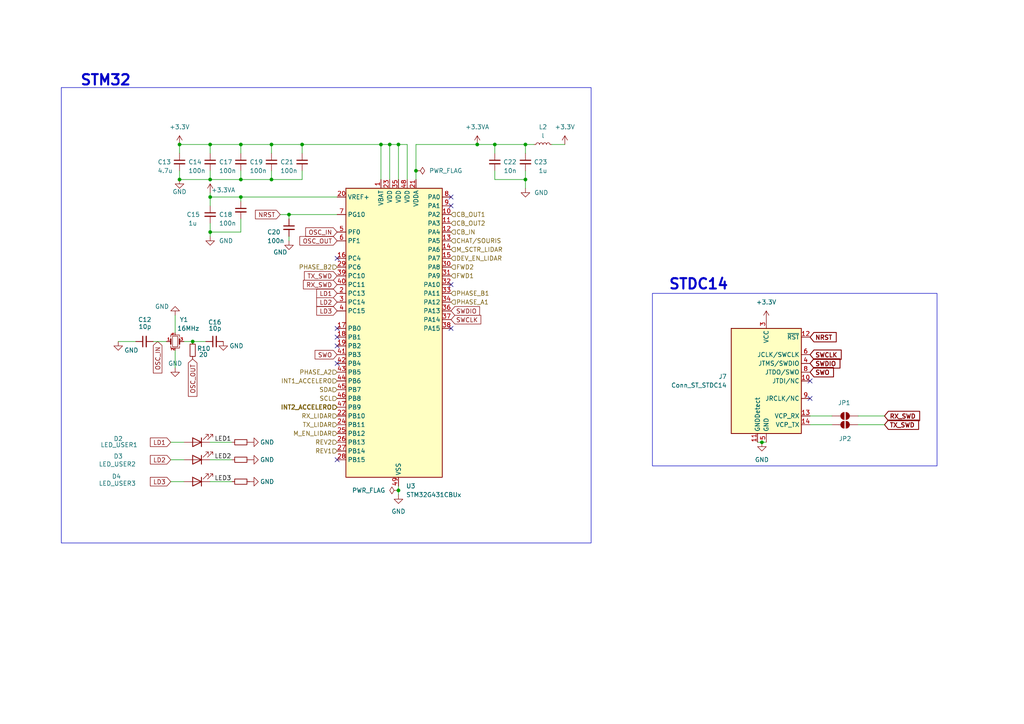
<source format=kicad_sch>
(kicad_sch (version 20231120) (generator "eeschema") (generator_version "8.0")
  (paper "A4")
  (lib_symbols
    (symbol "Connector:Conn_ST_STDC14"
      (property "Reference" "J" (at -8.89 16.51 0))
      (property "Value" "Conn_ST_STDC14" (at 17.78 16.51 0))
      (symbol "Conn_ST_STDC14_0_1"
        (rectangle (start -10.16 15.24) (end 10.16 -15.24) (stroke (width 0.254)) (fill (type background)))
      )
      (symbol "Conn_ST_STDC14_1_1"
        (pin no_connect line (at -10.16 5.08 0) (length 2.54) hide (name "NC") (number "1"))
        (pin output line (at 12.7 0 180) (length 2.54) (name "JTDI/NC") (number "10"))
        (pin passive line (at -2.54 -17.78 90) (length 2.54) (name "GNDDetect") (number "11"))
        (pin open_collector line (at 12.7 12.7 180) (length 2.54) (name "~{RST}") (number "12"))
        (pin output line (at 12.7 -10.16 180) (length 2.54) (name "VCP_RX") (number "13"))
        (pin input line (at 12.7 -12.7 180) (length 2.54) (name "VCP_TX") (number "14"))
        (pin no_connect line (at -10.16 2.54 0) (length 2.54) hide (name "NC") (number "2"))
        (pin power_in line (at 0 17.78 270) (length 2.54) (name "VCC") (number "3"))
        (pin bidirectional line (at 12.7 5.08 180) (length 2.54) (name "JTMS/SWDIO") (number "4"))
        (pin power_in line (at 0 -17.78 90) (length 2.54) (name "GND") (number "5"))
        (pin output line (at 12.7 7.62 180) (length 2.54) (name "JCLK/SWCLK") (number "6"))
        (pin passive line (at 0 -17.78 90) (length 2.54) hide (name "GND") (number "7"))
        (pin input line (at 12.7 2.54 180) (length 2.54) (name "JTDO/SWO") (number "8"))
        (pin input line (at 12.7 -5.08 180) (length 2.54) (name "JRCLK/NC") (number "9"))
      )
    )
    (symbol "Device:C_Small" (pin_numbers hide) (pin_names (offset 0.254) hide)
      (property "Reference" "C" (at 0.254 1.778 0))
      (property "Value" "C_Small" (at 0.254 -2.032 0))
      (symbol "C_Small_0_1"
        (polyline (pts (xy -1.524 -0.508) (xy 1.524 -0.508)) (stroke (width 0.3302)))
        (polyline (pts (xy -1.524 0.508) (xy 1.524 0.508)) (stroke (width 0.3048)))
      )
      (symbol "C_Small_1_1"
        (pin passive line (at 0 2.54 270) (length 2.032) (name "~") (number "1"))
        (pin passive line (at 0 -2.54 90) (length 2.032) (name "~") (number "2"))
      )
    )
    (symbol "Device:Crystal_GND24_Small" (pin_names (offset 1.016) hide)
      (property "Reference" "Y" (at 1.27 4.445 0))
      (property "Value" "Crystal_GND24_Small" (at 1.27 2.54 0))
      (symbol "Crystal_GND24_Small_0_1"
        (rectangle (start -0.762 -1.524) (end 0.762 1.524))
        (polyline (pts (xy -1.27 -0.762) (xy -1.27 0.762)) (stroke (width 0.381)))
        (polyline (pts (xy 1.27 -0.762) (xy 1.27 0.762)) (stroke (width 0.381)))
        (polyline (pts (xy -1.27 -1.27) (xy -1.27 -1.905) (xy 1.27 -1.905) (xy 1.27 -1.27)))
        (polyline (pts (xy -1.27 1.27) (xy -1.27 1.905) (xy 1.27 1.905) (xy 1.27 1.27)))
      )
      (symbol "Crystal_GND24_Small_1_1"
        (pin passive line (at -2.54 0 0) (length 1.27) (name "1") (number "1"))
        (pin passive line (at 0 -2.54 90) (length 0.635) (name "2") (number "2"))
        (pin passive line (at 2.54 0 180) (length 1.27) (name "3") (number "3"))
        (pin passive line (at 0 2.54 270) (length 0.635) (name "4") (number "4"))
      )
    )
    (symbol "Device:LED" (pin_numbers hide) (pin_names (offset 1.016) hide)
      (property "Reference" "D" (at 0 2.54 0))
      (property "Value" "LED" (at 0 -2.54 0))
      (symbol "LED_0_1"
        (polyline (pts (xy -1.27 -1.27) (xy -1.27 1.27)) (stroke (width 0.254)))
        (polyline (pts (xy -1.27 0) (xy 1.27 0)))
        (polyline (pts (xy 1.27 -1.27) (xy 1.27 1.27) (xy -1.27 0) (xy 1.27 -1.27)) (stroke (width 0.254)))
        (polyline (pts (xy -3.048 -0.762) (xy -4.572 -2.286) (xy -3.81 -2.286) (xy -4.572 -2.286) (xy -4.572 -1.524)))
        (polyline (pts (xy -1.778 -0.762) (xy -3.302 -2.286) (xy -2.54 -2.286) (xy -3.302 -2.286) (xy -3.302 -1.524)))
      )
      (symbol "LED_1_1"
        (pin passive line (at -3.81 0 0) (length 2.54) (name "K") (number "1"))
        (pin passive line (at 3.81 0 180) (length 2.54) (name "A") (number "2"))
      )
    )
    (symbol "Device:L_Small" (pin_numbers hide) (pin_names (offset 0.254) hide)
      (property "Reference" "L" (at 0.762 1.016 0))
      (property "Value" "L_Small" (at 0.762 -1.016 0))
      (symbol "L_Small_0_1"
        (arc (start 0 -2.032) (mid 0.5058 -1.524) (end 0 -1.016))
        (arc (start 0 -1.016) (mid 0.5058 -0.508) (end 0 0))
        (arc (start 0 0) (mid 0.5058 0.508) (end 0 1.016))
        (arc (start 0 1.016) (mid 0.5058 1.524) (end 0 2.032))
      )
      (symbol "L_Small_1_1"
        (pin passive line (at 0 2.54 270) (length 0.508) (name "~") (number "1"))
        (pin passive line (at 0 -2.54 90) (length 0.508) (name "~") (number "2"))
      )
    )
    (symbol "Device:R_Small" (pin_numbers hide) (pin_names (offset 0.254) hide)
      (property "Reference" "R" (at 0.762 0.508 0))
      (property "Value" "R_Small" (at 0.762 -1.016 0))
      (symbol "R_Small_0_1"
        (rectangle (start -0.762 1.778) (end 0.762 -1.778) (stroke (width 0.2032)))
      )
      (symbol "R_Small_1_1"
        (pin passive line (at 0 2.54 270) (length 0.762) (name "~") (number "1"))
        (pin passive line (at 0 -2.54 90) (length 0.762) (name "~") (number "2"))
      )
    )
    (symbol "Jumper:SolderJumper_2_Open" (pin_numbers hide) (pin_names (offset 0) hide) (exclude_from_sim yes) (in_bom no)
      (property "Reference" "JP" (at 0 2.032 0))
      (property "Value" "SolderJumper_2_Open" (at 0 -2.54 0))
      (symbol "SolderJumper_2_Open_0_1"
        (arc (start -0.254 1.016) (mid -1.2656 0) (end -0.254 -1.016))
        (arc (start -0.254 1.016) (mid -1.2656 0) (end -0.254 -1.016) (fill (type outline)))
        (polyline (pts (xy -0.254 1.016) (xy -0.254 -1.016)))
        (polyline (pts (xy 0.254 1.016) (xy 0.254 -1.016)))
        (arc (start 0.254 -1.016) (mid 1.2656 0) (end 0.254 1.016))
        (arc (start 0.254 -1.016) (mid 1.2656 0) (end 0.254 1.016) (fill (type outline)))
      )
      (symbol "SolderJumper_2_Open_1_1"
        (pin passive line (at -3.81 0 0) (length 2.54) (name "A") (number "1"))
        (pin passive line (at 3.81 0 180) (length 2.54) (name "B") (number "2"))
      )
    )
    (symbol "MCU_ST_STM32G4:STM32G431CBUx"
      (property "Reference" "U" (at -12.7 44.45 0))
      (property "Value" "STM32G431CBUx" (at 10.16 44.45 0))
      (symbol "STM32G431CBUx_0_1"
        (rectangle (start -12.7 -40.64) (end 15.24 43.18) (stroke (width 0.254)) (fill (type background)))
      )
      (symbol "STM32G431CBUx_1_1"
        (pin power_in line (at -2.54 45.72 270) (length 2.54) (name "VBAT") (number "1"))
        (pin bidirectional line (at 17.78 35.56 180) (length 2.54) (name "PA2") (number "10"))
        (pin bidirectional line (at 17.78 33.02 180) (length 2.54) (name "PA3") (number "11"))
        (pin bidirectional line (at 17.78 30.48 180) (length 2.54) (name "PA4") (number "12"))
        (pin bidirectional line (at 17.78 27.94 180) (length 2.54) (name "PA5") (number "13"))
        (pin bidirectional line (at 17.78 25.4 180) (length 2.54) (name "PA6") (number "14"))
        (pin bidirectional line (at 17.78 22.86 180) (length 2.54) (name "PA7") (number "15"))
        (pin bidirectional line (at -15.24 22.86 0) (length 2.54) (name "PC4") (number "16"))
        (pin bidirectional line (at -15.24 2.54 0) (length 2.54) (name "PB0") (number "17"))
        (pin bidirectional line (at -15.24 0 0) (length 2.54) (name "PB1") (number "18"))
        (pin bidirectional line (at -15.24 -2.54 0) (length 2.54) (name "PB2") (number "19"))
        (pin bidirectional line (at -15.24 12.7 0) (length 2.54) (name "PC13") (number "2"))
        (pin input line (at -15.24 40.64 0) (length 2.54) (name "VREF+") (number "20"))
        (pin power_in line (at 7.62 45.72 270) (length 2.54) (name "VDDA") (number "21"))
        (pin bidirectional line (at -15.24 -22.86 0) (length 2.54) (name "PB10") (number "22"))
        (pin power_in line (at 0 45.72 270) (length 2.54) (name "VDD") (number "23"))
        (pin bidirectional line (at -15.24 -25.4 0) (length 2.54) (name "PB11") (number "24"))
        (pin bidirectional line (at -15.24 -27.94 0) (length 2.54) (name "PB12") (number "25"))
        (pin bidirectional line (at -15.24 -30.48 0) (length 2.54) (name "PB13") (number "26"))
        (pin bidirectional line (at -15.24 -33.02 0) (length 2.54) (name "PB14") (number "27"))
        (pin bidirectional line (at -15.24 -35.56 0) (length 2.54) (name "PB15") (number "28"))
        (pin bidirectional line (at -15.24 20.32 0) (length 2.54) (name "PC6") (number "29"))
        (pin bidirectional line (at -15.24 10.16 0) (length 2.54) (name "PC14") (number "3"))
        (pin bidirectional line (at 17.78 20.32 180) (length 2.54) (name "PA8") (number "30"))
        (pin bidirectional line (at 17.78 17.78 180) (length 2.54) (name "PA9") (number "31"))
        (pin bidirectional line (at 17.78 15.24 180) (length 2.54) (name "PA10") (number "32"))
        (pin bidirectional line (at 17.78 12.7 180) (length 2.54) (name "PA11") (number "33"))
        (pin bidirectional line (at 17.78 10.16 180) (length 2.54) (name "PA12") (number "34"))
        (pin power_in line (at 2.54 45.72 270) (length 2.54) (name "VDD") (number "35"))
        (pin bidirectional line (at 17.78 7.62 180) (length 2.54) (name "PA13") (number "36"))
        (pin bidirectional line (at 17.78 5.08 180) (length 2.54) (name "PA14") (number "37"))
        (pin bidirectional line (at 17.78 2.54 180) (length 2.54) (name "PA15") (number "38"))
        (pin bidirectional line (at -15.24 17.78 0) (length 2.54) (name "PC10") (number "39"))
        (pin bidirectional line (at -15.24 7.62 0) (length 2.54) (name "PC15") (number "4"))
        (pin bidirectional line (at -15.24 15.24 0) (length 2.54) (name "PC11") (number "40"))
        (pin bidirectional line (at -15.24 -5.08 0) (length 2.54) (name "PB3") (number "41"))
        (pin bidirectional line (at -15.24 -7.62 0) (length 2.54) (name "PB4") (number "42"))
        (pin bidirectional line (at -15.24 -10.16 0) (length 2.54) (name "PB5") (number "43"))
        (pin bidirectional line (at -15.24 -12.7 0) (length 2.54) (name "PB6") (number "44"))
        (pin bidirectional line (at -15.24 -15.24 0) (length 2.54) (name "PB7") (number "45"))
        (pin bidirectional line (at -15.24 -17.78 0) (length 2.54) (name "PB8") (number "46"))
        (pin bidirectional line (at -15.24 -20.32 0) (length 2.54) (name "PB9") (number "47"))
        (pin power_in line (at 5.08 45.72 270) (length 2.54) (name "VDD") (number "48"))
        (pin power_in line (at 2.54 -43.18 90) (length 2.54) (name "VSS") (number "49"))
        (pin bidirectional line (at -15.24 30.48 0) (length 2.54) (name "PF0") (number "5"))
        (pin bidirectional line (at -15.24 27.94 0) (length 2.54) (name "PF1") (number "6"))
        (pin bidirectional line (at -15.24 35.56 0) (length 2.54) (name "PG10") (number "7"))
        (pin bidirectional line (at 17.78 40.64 180) (length 2.54) (name "PA0") (number "8"))
        (pin bidirectional line (at 17.78 38.1 180) (length 2.54) (name "PA1") (number "9"))
      )
    )
    (symbol "power:+3.3V" (power) (pin_names (offset 0))
      (property "Value" "+3.3V" (at 0 3.556 0))
      (symbol "+3.3V_0_1"
        (polyline (pts (xy -0.762 1.27) (xy 0 2.54)))
        (polyline (pts (xy 0 0) (xy 0 2.54)))
        (polyline (pts (xy 0 2.54) (xy 0.762 1.27)))
      )
      (symbol "+3.3V_1_1"
        (pin power_in line (at 0 0 90) (length 0) hide (name "+3.3V") (number "1"))
      )
    )
    (symbol "power:+3.3VA" (power) (pin_numbers hide) (pin_names (offset 0) hide)
      (property "Value" "+3.3VA" (at 0 3.556 0))
      (symbol "+3.3VA_0_1"
        (polyline (pts (xy -0.762 1.27) (xy 0 2.54)))
        (polyline (pts (xy 0 0) (xy 0 2.54)))
        (polyline (pts (xy 0 2.54) (xy 0.762 1.27)))
      )
      (symbol "+3.3VA_1_1"
        (pin power_in line (at 0 0 90) (length 0) (name "~") (number "1"))
      )
    )
    (symbol "power:GND" (power) (pin_names (offset 0))
      (property "Value" "GND" (at 0 -3.81 0))
      (symbol "GND_0_1"
        (polyline (pts (xy 0 0) (xy 0 -1.27) (xy 1.27 -1.27) (xy 0 -2.54) (xy -1.27 -1.27) (xy 0 -1.27)))
      )
      (symbol "GND_1_1"
        (pin power_in line (at 0 0 270) (length 0) hide (name "GND") (number "1"))
      )
    )
    (symbol "power:PWR_FLAG" (power) (pin_numbers hide) (pin_names (offset 0) hide)
      (property "Value" "PWR_FLAG" (at 0 3.81 0))
      (symbol "PWR_FLAG_0_0"
        (pin power_out line (at 0 0 90) (length 0) (name "~") (number "1"))
      )
      (symbol "PWR_FLAG_0_1"
        (polyline (pts (xy 0 0) (xy 0 1.27) (xy -1.016 1.905) (xy 0 2.54) (xy 1.016 1.905) (xy 0 1.27)))
      )
    )
  )
  (junction (at 115.57 41.91))
  (junction (at 220.98 128.27))
  (junction (at 120.65 49.53))
  (junction (at 60.96 52.07))
  (junction (at 152.4 52.07))
  (junction (at 138.43 41.91))
  (junction (at 78.74 52.07))
  (junction (at 113.03 41.91))
  (junction (at 60.96 57.15))
  (junction (at 69.85 52.07))
  (junction (at 83.82 62.23))
  (junction (at 55.88 99.06))
  (junction (at 78.74 41.91))
  (junction (at 52.07 41.91))
  (junction (at 152.4 41.91))
  (junction (at 60.96 41.91))
  (junction (at 69.85 57.15))
  (junction (at 110.49 41.91))
  (junction (at 69.85 41.91))
  (junction (at 60.96 67.31))
  (junction (at 87.63 41.91))
  (junction (at 143.51 41.91))
  (junction (at 115.57 142.24))
  (junction (at 52.07 52.07))
  (no_connect (at 234.95 110.49))
  (no_connect (at 97.79 74.93))
  (no_connect (at 97.79 100.33))
  (no_connect (at 130.81 57.15))
  (no_connect (at 97.79 133.35))
  (no_connect (at 97.79 97.79))
  (no_connect (at 130.81 82.55))
  (no_connect (at 130.81 59.69))
  (no_connect (at 97.79 95.25))
  (no_connect (at 234.95 115.57))
  (no_connect (at 97.79 105.41))
  (no_connect (at 130.81 95.25))
  (wire (pts (xy 81.28 62.23) (xy 83.82 62.23)))
  (wire (pts (xy 138.43 41.91) (xy 143.51 41.91)))
  (wire (pts (xy 248.92 120.65) (xy 256.54 120.65)))
  (wire (pts (xy 60.96 41.91) (xy 69.85 41.91)))
  (wire (pts (xy 78.74 41.91) (xy 87.63 41.91)))
  (wire (pts (xy 113.03 41.91) (xy 110.49 41.91)))
  (wire (pts (xy 219.71 128.27) (xy 220.98 128.27)))
  (wire (pts (xy 69.85 52.07) (xy 78.74 52.07)))
  (wire (pts (xy 60.96 52.07) (xy 69.85 52.07)))
  (wire (pts (xy 143.51 44.45) (xy 143.51 41.91)))
  (wire (pts (xy 160.02 41.91) (xy 163.83 41.91)))
  (wire (pts (xy 52.07 52.07) (xy 52.07 49.53)))
  (wire (pts (xy 50.8 91.44) (xy 50.8 96.52)))
  (wire (pts (xy 152.4 52.07) (xy 152.4 49.53)))
  (wire (pts (xy 53.34 99.06) (xy 55.88 99.06)))
  (wire (pts (xy 50.8 106.68) (xy 50.8 101.6)))
  (wire (pts (xy 60.96 67.31) (xy 60.96 64.77)))
  (wire (pts (xy 69.85 41.91) (xy 69.85 44.45)))
  (wire (pts (xy 152.4 41.91) (xy 152.4 44.45)))
  (wire (pts (xy 115.57 142.24) (xy 115.57 140.97)))
  (wire (pts (xy 152.4 52.07) (xy 143.51 52.07)))
  (wire (pts (xy 60.96 128.27) (xy 67.31 128.27)))
  (wire (pts (xy 110.49 41.91) (xy 110.49 52.07)))
  (wire (pts (xy 69.85 57.15) (xy 69.85 58.42)))
  (wire (pts (xy 120.65 41.91) (xy 138.43 41.91)))
  (wire (pts (xy 34.29 99.06) (xy 39.37 99.06)))
  (wire (pts (xy 44.45 99.06) (xy 48.26 99.06)))
  (wire (pts (xy 87.63 49.53) (xy 87.63 52.07)))
  (wire (pts (xy 69.85 41.91) (xy 78.74 41.91)))
  (wire (pts (xy 115.57 41.91) (xy 115.57 52.07)))
  (wire (pts (xy 83.82 62.23) (xy 83.82 63.5)))
  (wire (pts (xy 234.95 123.19) (xy 241.3 123.19)))
  (wire (pts (xy 69.85 63.5) (xy 69.85 67.31)))
  (wire (pts (xy 55.88 99.06) (xy 59.69 99.06)))
  (wire (pts (xy 143.51 49.53) (xy 143.51 52.07)))
  (wire (pts (xy 120.65 52.07) (xy 120.65 49.53)))
  (wire (pts (xy 115.57 143.51) (xy 115.57 142.24)))
  (wire (pts (xy 115.57 41.91) (xy 113.03 41.91)))
  (wire (pts (xy 78.74 49.53) (xy 78.74 52.07)))
  (wire (pts (xy 220.98 128.27) (xy 222.25 128.27)))
  (wire (pts (xy 113.03 41.91) (xy 113.03 52.07)))
  (wire (pts (xy 49.53 133.35) (xy 53.34 133.35)))
  (wire (pts (xy 52.07 52.07) (xy 60.96 52.07)))
  (wire (pts (xy 60.96 57.15) (xy 60.96 59.69)))
  (wire (pts (xy 60.96 55.88) (xy 60.96 57.15)))
  (wire (pts (xy 78.74 41.91) (xy 78.74 44.45)))
  (wire (pts (xy 52.07 41.91) (xy 60.96 41.91)))
  (wire (pts (xy 69.85 49.53) (xy 69.85 52.07)))
  (wire (pts (xy 152.4 41.91) (xy 143.51 41.91)))
  (wire (pts (xy 60.96 49.53) (xy 60.96 52.07)))
  (wire (pts (xy 52.07 41.91) (xy 52.07 44.45)))
  (wire (pts (xy 248.92 123.19) (xy 256.54 123.19)))
  (wire (pts (xy 118.11 52.07) (xy 118.11 41.91)))
  (wire (pts (xy 60.96 133.35) (xy 67.31 133.35)))
  (wire (pts (xy 118.11 41.91) (xy 115.57 41.91)))
  (wire (pts (xy 120.65 49.53) (xy 120.65 41.91)))
  (wire (pts (xy 60.96 57.15) (xy 69.85 57.15)))
  (wire (pts (xy 110.49 41.91) (xy 87.63 41.91)))
  (wire (pts (xy 49.53 128.27) (xy 53.34 128.27)))
  (wire (pts (xy 49.53 139.7) (xy 53.34 139.7)))
  (wire (pts (xy 60.96 139.7) (xy 67.31 139.7)))
  (wire (pts (xy 234.95 120.65) (xy 241.3 120.65)))
  (wire (pts (xy 152.4 41.91) (xy 154.94 41.91)))
  (wire (pts (xy 60.96 68.58) (xy 60.96 67.31)))
  (wire (pts (xy 78.74 52.07) (xy 87.63 52.07)))
  (wire (pts (xy 83.82 62.23) (xy 97.79 62.23)))
  (wire (pts (xy 152.4 54.61) (xy 152.4 52.07)))
  (wire (pts (xy 87.63 44.45) (xy 87.63 41.91)))
  (wire (pts (xy 97.79 57.15) (xy 69.85 57.15)))
  (wire (pts (xy 60.96 67.31) (xy 69.85 67.31)))
  (wire (pts (xy 60.96 44.45) (xy 60.96 41.91)))
  (wire (pts (xy 83.82 68.58) (xy 83.82 69.85)))
  (rectangle (start 17.78 25.4) (end 171.45 157.48))
  (rectangle (start 189.23 85.09) (end 271.78 135.128))
  (text "STDC14" (at 193.802 84.328 0) (effects (font (size 3 3) (bold yes)) (justify left bottom)))
  (text "STM32\n" (at 23.114 25.146 0) (effects (font (size 3 3) (bold yes)) (justify left bottom)))
  (label "LED2" (at 62.23 133.35 0))
  (label "LED1" (at 62.23 128.27 0))
  (label "LED3" (at 62.23 139.7 0))
  (global_label "SWO" (shape input) (at 234.95 107.95 0) (effects (font (bold yes))) (property "Intersheetrefs" "${INTERSHEET_REFS}" (effects (hide yes))))
  (global_label "NRST" (shape input) (at 234.95 97.79 0) (effects (font (bold yes))) (property "Intersheetrefs" "${INTERSHEET_REFS}" (effects (hide yes))))
  (global_label "OSC_OUT" (shape input) (at 97.79 69.85 180) (property "Intersheetrefs" "${INTERSHEET_REFS}" (effects (hide yes))))
  (global_label "OSC_OUT" (shape input) (at 55.88 104.14 270) (property "Intersheetrefs" "${INTERSHEET_REFS}" (effects (hide yes))))
  (global_label "LD1" (shape input) (at 97.79 85.09 180) (property "Intersheetrefs" "${INTERSHEET_REFS}" (effects (hide yes))))
  (global_label "LD1" (shape input) (at 49.53 128.27 180) (property "Intersheetrefs" "${INTERSHEET_REFS}" (effects (hide yes))))
  (global_label "LD2" (shape input) (at 97.79 87.63 180) (property "Intersheetrefs" "${INTERSHEET_REFS}" (effects (hide yes))))
  (global_label "LD3" (shape input) (at 49.53 139.7 180) (property "Intersheetrefs" "${INTERSHEET_REFS}" (effects (hide yes))))
  (global_label "RX_SWD" (shape input) (at 256.54 120.65 0) (effects (font (bold yes))) (property "Intersheetrefs" "${INTERSHEET_REFS}" (effects (hide yes))))
  (global_label "TX_SWD" (shape input) (at 256.54 123.19 0) (effects (font (bold yes))) (property "Intersheetrefs" "${INTERSHEET_REFS}" (effects (hide yes))))
  (global_label "RX_SWD" (shape input) (at 97.79 82.55 180) (property "Intersheetrefs" "${INTERSHEET_REFS}" (effects (hide yes))))
  (global_label "SWO" (shape input) (at 97.79 102.87 180) (property "Intersheetrefs" "${INTERSHEET_REFS}" (effects (hide yes))))
  (global_label "SWDIO" (shape input) (at 234.95 105.41 0) (effects (font (bold yes))) (property "Intersheetrefs" "${INTERSHEET_REFS}" (effects (hide yes))))
  (global_label "LD3" (shape input) (at 97.79 90.17 180) (property "Intersheetrefs" "${INTERSHEET_REFS}" (effects (hide yes))))
  (global_label "SWCLK" (shape input) (at 234.95 102.87 0) (effects (font (bold yes))) (property "Intersheetrefs" "${INTERSHEET_REFS}" (effects (hide yes))))
  (global_label "LD2" (shape input) (at 49.53 133.35 180) (property "Intersheetrefs" "${INTERSHEET_REFS}" (effects (hide yes))))
  (global_label "SWDIO" (shape input) (at 130.81 90.17 0) (property "Intersheetrefs" "${INTERSHEET_REFS}" (effects (hide yes))))
  (global_label "SWCLK" (shape input) (at 130.81 92.71 0) (property "Intersheetrefs" "${INTERSHEET_REFS}" (effects (hide yes))))
  (global_label "OSC_IN" (shape input) (at 97.79 67.31 180) (property "Intersheetrefs" "${INTERSHEET_REFS}" (effects (hide yes))))
  (global_label "NRST" (shape input) (at 81.28 62.23 180) (property "Intersheetrefs" "${INTERSHEET_REFS}" (effects (hide yes))))
  (global_label "OSC_IN" (shape input) (at 45.72 99.06 270) (property "Intersheetrefs" "${INTERSHEET_REFS}" (effects (hide yes))))
  (global_label "TX_SWD" (shape input) (at 97.79 80.01 180) (property "Intersheetrefs" "${INTERSHEET_REFS}" (effects (hide yes))))
  (hierarchical_label "CB_OUT2" (shape input) (at 130.81 64.77 0))
  (hierarchical_label "PHASE_B1" (shape input) (at 130.81 85.09 0))
  (hierarchical_label "TX_LIDAR" (shape input) (at 97.79 123.19 180))
  (hierarchical_label "M_SCTR_LIDAR" (shape input) (at 130.81 72.39 0))
  (hierarchical_label "INT1_ACCELERO" (shape input) (at 97.79 110.49 180))
  (hierarchical_label "RX_LIDAR" (shape input) (at 97.79 120.65 180))
  (hierarchical_label "PHASE_A2" (shape input) (at 97.79 107.95 180))
  (hierarchical_label "CB_IN" (shape input) (at 130.81 67.31 0))
  (hierarchical_label "FWD1" (shape input) (at 130.81 80.01 0))
  (hierarchical_label "M_EN_LIDAR" (shape input) (at 97.79 125.73 180))
  (hierarchical_label "CHAT{slash}SOURIS" (shape input) (at 130.81 69.85 0))
  (hierarchical_label "CB_OUT1" (shape input) (at 130.81 62.23 0))
  (hierarchical_label "FWD2" (shape input) (at 130.81 77.47 0))
  (hierarchical_label "REV1" (shape input) (at 97.79 130.81 180))
  (hierarchical_label "SCL" (shape input) (at 97.79 115.57 180))
  (hierarchical_label "INT2_ACCELERO" (shape input) (at 97.79 118.11 180) (effects (font (bold yes))))
  (hierarchical_label "PHASE_B2" (shape input) (at 97.79 77.47 180))
  (hierarchical_label "SDA" (shape input) (at 97.79 113.03 180))
  (hierarchical_label "PHASE_A1" (shape input) (at 130.81 87.63 0))
  (hierarchical_label "REV2" (shape input) (at 97.79 128.27 180))
  (hierarchical_label "DEV_EN_LIDAR" (shape input) (at 130.81 74.93 0))
  (symbol (lib_id "power:+3.3VA") (at 138.43 41.91 0) (unit 1)
    (property "Reference" "#PWR050" (effects (hide yes)))
    (property "Value" "+3.3VA" (at 138.43 36.83 0))
    (property "Description" "Power symbol creates a global label with name \"+3.3VA\"" (effects (hide yes)))
  )
  (symbol (lib_id "power:GND") (at 115.57 143.51 0) (unit 1)
    (property "Reference" "#PWR049" (effects (hide yes)))
    (property "Value" "GND" (at 115.57 148.336 0))
  )
  (symbol (lib_id "Device:C_Small") (at 87.63 46.99 0) (unit 1)
    (property "Reference" "C21" (at 81.28 46.99 0) (effects (justify left)))
    (property "Value" "100n" (at 81.28 49.53 0) (effects (justify left)))
    (property "Footprint" "Capacitor_SMD:C_0402_1005Metric" (effects (hide yes)))
  )
  (symbol (lib_id "power:GND") (at 83.82 69.85 0) (unit 1)
    (property "Reference" "#PWR048" (effects (hide yes)))
    (property "Value" "GND" (at 79.248 73.152 0) (effects (justify left)))
  )
  (symbol (lib_id "power:GND") (at 220.98 128.27 0) (mirror y) (unit 1)
    (property "Reference" "#PWR053" (effects (hide yes)))
    (property "Value" "GND" (at 220.98 133.35 0))
  )
  (symbol (lib_id "power:GND") (at 34.29 99.06 0) (unit 1)
    (property "Reference" "#PWR037" (effects (hide yes)))
    (property "Value" "GND" (at 38.1 101.6 0))
  )
  (symbol (lib_id "power:GND") (at 52.07 52.07 0) (unit 1)
    (property "Reference" "#PWR041" (effects (hide yes)))
    (property "Value" "GND" (at 52.07 55.626 0))
  )
  (symbol (lib_id "Device:R_Small") (at 69.85 128.27 90) (unit 1)
    (property "Reference" "R11" (effects (hide yes)))
    (property "Value" "680" (effects (hide yes)))
    (property "Footprint" "Resistor_SMD:R_0402_1005Metric" (effects (hide yes)))
  )
  (symbol (lib_id "power:GND") (at 60.96 68.58 0) (unit 1)
    (property "Reference" "#PWR043" (effects (hide yes)))
    (property "Value" "GND" (at 63.5 69.8499 0) (effects (justify left)))
  )
  (symbol (lib_id "Connector:Conn_ST_STDC14") (at 222.25 110.49 0) (unit 1)
    (property "Reference" "J7" (at 210.82 109.2199 0) (effects (justify right)))
    (property "Value" "Conn_ST_STDC14" (at 210.82 111.7599 0) (effects (justify right)))
    (property "Footprint" "Connector_PinHeader_1.27mm:PinHeader_2x07_P1.27mm_Vertical_SMD" (effects (hide yes)))
    (property "Datasheet" "https://www.st.com/content/ccc/resource/technical/document/user_manual/group1/99/49/91/b6/b2/3a/46/e5/DM00526767/files/DM00526767.pdf/jcr:content/translations/en.DM00526767.pdf" (effects (hide yes)))
    (property "Description" "ST Debug Connector, standard ARM Cortex-M SWD and JTAG interface plus UART" (effects (hide yes)))
  )
  (symbol (lib_id "power:+3.3VA") (at 60.96 55.88 0) (unit 1)
    (property "Reference" "#PWR042" (effects (hide yes)))
    (property "Value" "+3.3VA" (at 64.77 55.118 0))
    (property "Description" "Power symbol creates a global label with name \"+3.3VA\"" (effects (hide yes)))
  )
  (symbol (lib_id "Jumper:SolderJumper_2_Open") (at 245.11 120.65 0) (unit 1) (exclude_from_sim yes) (in_bom no)
    (property "Reference" "JP1" (at 244.856 116.84 0))
    (property "Value" "SolderJumper_2_Open" (effects (hide yes)))
    (property "Footprint" "Jumper:SolderJumper-2_P1.3mm_Open_RoundedPad1.0x1.5mm" (effects (hide yes)))
    (property "Description" "Solder Jumper, 2-pole, open" (effects (hide yes)))
  )
  (symbol (lib_id "power:+3.3V") (at 222.25 92.71 0) (mirror y) (unit 1)
    (property "Reference" "#PWR054" (effects (hide yes)))
    (property "Value" "+3.3V" (at 222.25 87.63 0))
  )
  (symbol (lib_id "Device:C_Small") (at 69.85 46.99 0) (unit 1)
    (property "Reference" "C17" (at 63.5 46.99 0) (effects (justify left)))
    (property "Value" "100n" (at 63.5 49.53 0) (effects (justify left)))
    (property "Footprint" "Capacitor_SMD:C_0402_1005Metric" (effects (hide yes)))
  )
  (symbol (lib_id "Device:Crystal_GND24_Small") (at 50.8 99.06 0) (unit 1)
    (property "Reference" "Y1" (at 53.34 92.71 0))
    (property "Value" "16MHz" (at 54.61 95.25 0))
    (property "Footprint" "Crystal:Crystal_SMD_3225-4Pin_3.2x2.5mm" (effects (hide yes)))
  )
  (symbol (lib_id "power:GND") (at 50.8 106.68 0) (unit 1)
    (property "Reference" "#PWR039" (effects (hide yes)))
    (property "Value" "GND" (at 50.8 105.41 0))
  )
  (symbol (lib_id "Device:C_Small") (at 143.51 46.99 0) (mirror y) (unit 1)
    (property "Reference" "C22" (at 149.86 46.99 0) (effects (justify left)))
    (property "Value" "10n" (at 149.86 49.53 0) (effects (justify left)))
    (property "Footprint" "Capacitor_SMD:C_0402_1005Metric" (effects (hide yes)))
  )
  (symbol (lib_id "Device:LED") (at 57.15 139.7 180) (unit 1)
    (property "Reference" "D4" (at 33.782 138.176 0))
    (property "Value" "LED_USER3" (at 34.036 140.208 0))
    (property "Footprint" "LED_SMD:LED_0603_1608Metric" (effects (hide yes)))
  )
  (symbol (lib_id "Device:C_Small") (at 152.4 46.99 0) (mirror y) (unit 1)
    (property "Reference" "C23" (at 158.75 46.99 0) (effects (justify left)))
    (property "Value" "1u" (at 158.75 49.53 0) (effects (justify left)))
    (property "Footprint" "Capacitor_SMD:C_0603_1608Metric" (effects (hide yes)))
  )
  (symbol (lib_id "power:GND") (at 72.39 128.27 90) (unit 1)
    (property "Reference" "#PWR045" (effects (hide yes)))
    (property "Value" "GND" (at 77.47 128.27 90))
  )
  (symbol (lib_id "Device:R_Small") (at 69.85 139.7 90) (unit 1)
    (property "Reference" "R13" (effects (hide yes)))
    (property "Value" "680" (effects (hide yes)))
    (property "Footprint" "Resistor_SMD:R_0402_1005Metric" (effects (hide yes)))
  )
  (symbol (lib_id "Device:LED") (at 57.15 128.27 180) (unit 1)
    (property "Reference" "D2" (at 34.29 127.254 0))
    (property "Value" "LED_USER1" (at 34.544 129.032 0))
    (property "Footprint" "LED_SMD:LED_0603_1608Metric" (effects (hide yes)))
  )
  (symbol (lib_id "Device:LED") (at 57.15 133.35 180) (unit 1)
    (property "Reference" "D3" (at 34.29 132.334 0))
    (property "Value" "LED_USER2" (at 34.036 134.62 0))
    (property "Footprint" "LED_SMD:LED_0603_1608Metric" (effects (hide yes)))
  )
  (symbol (lib_id "power:GND") (at 152.4 54.61 0) (mirror y) (unit 1)
    (property "Reference" "#PWR051" (effects (hide yes)))
    (property "Value" "GND" (at 154.94 55.8799 0) (effects (justify right)))
  )
  (symbol (lib_id "power:GND") (at 64.77 99.06 0) (unit 1)
    (property "Reference" "#PWR044" (effects (hide yes)))
    (property "Value" "GND" (at 68.58 100.33 0))
  )
  (symbol (lib_id "Device:C_Small") (at 83.82 66.04 0) (unit 1)
    (property "Reference" "C20" (at 77.47 67.31 0) (effects (justify left)))
    (property "Value" "100n" (at 77.47 69.85 0) (effects (justify left)))
    (property "Footprint" "Capacitor_SMD:C_0402_1005Metric" (effects (hide yes)))
  )
  (symbol (lib_id "power:GND") (at 72.39 133.35 90) (unit 1)
    (property "Reference" "#PWR046" (effects (hide yes)))
    (property "Value" "GND" (at 77.47 133.35 90))
  )
  (symbol (lib_id "Device:C_Small") (at 41.91 99.06 90) (unit 1)
    (property "Reference" "C12" (at 43.942 92.71 90) (effects (justify left)))
    (property "Value" "10p" (at 43.942 94.742 90) (effects (justify left)))
    (property "Footprint" "Capacitor_SMD:C_0402_1005Metric" (effects (hide yes)))
  )
  (symbol (lib_id "Device:C_Small") (at 60.96 46.99 0) (unit 1)
    (property "Reference" "C14" (at 54.61 46.99 0) (effects (justify left)))
    (property "Value" "100n" (at 54.61 49.53 0) (effects (justify left)))
    (property "Footprint" "Capacitor_SMD:C_0402_1005Metric" (effects (hide yes)))
  )
  (symbol (lib_id "Device:L_Small") (at 157.48 41.91 90) (unit 1)
    (property "Reference" "L2" (at 157.48 36.83 90))
    (property "Value" "l" (at 157.48 39.37 90))
    (property "Footprint" "Capacitor_SMD:C_0402_1005Metric_Pad0.74x0.62mm_HandSolder" (effects (hide yes)))
    (property "Description" "Inductor, small symbol" (effects (hide yes)))
  )
  (symbol (lib_id "power:PWR_FLAG") (at 115.57 142.24 90) (unit 1)
    (property "Reference" "#FLG02" (effects (hide yes)))
    (property "Value" "PWR_FLAG" (at 111.76 142.2399 90) (effects (justify left)))
    (property "Description" "Special symbol for telling ERC where power comes from" (effects (hide yes)))
  )
  (symbol (lib_id "Device:C_Small") (at 78.74 46.99 0) (unit 1)
    (property "Reference" "C19" (at 72.39 46.99 0) (effects (justify left)))
    (property "Value" "100n" (at 72.39 49.53 0) (effects (justify left)))
    (property "Footprint" "Capacitor_SMD:C_0402_1005Metric" (effects (hide yes)))
  )
  (symbol (lib_id "power:PWR_FLAG") (at 120.65 49.53 270) (unit 1)
    (property "Reference" "#FLG03" (effects (hide yes)))
    (property "Value" "PWR_FLAG" (at 124.46 49.5299 90) (effects (justify left)))
    (property "Description" "Special symbol for telling ERC where power comes from" (effects (hide yes)))
  )
  (symbol (lib_id "Device:C_Small") (at 69.85 60.96 0) (unit 1)
    (property "Reference" "C18" (at 63.5 62.23 0) (effects (justify left)))
    (property "Value" "100n" (at 63.5 64.77 0) (effects (justify left)))
    (property "Footprint" "Capacitor_SMD:C_0402_1005Metric" (effects (hide yes)))
  )
  (symbol (lib_id "power:+3.3V") (at 163.83 41.91 0) (mirror y) (unit 1)
    (property "Reference" "#PWR052" (effects (hide yes)))
    (property "Value" "+3.3V" (at 163.83 36.83 0))
  )
  (symbol (lib_id "Device:R_Small") (at 55.88 101.6 0) (unit 1)
    (property "Reference" "R10" (at 57.15 101.092 0) (effects (justify left)))
    (property "Value" "20" (at 57.658 102.87 0) (effects (justify left)))
    (property "Footprint" "Resistor_SMD:R_0402_1005Metric" (effects (hide yes)))
  )
  (symbol (lib_id "Device:R_Small") (at 69.85 133.35 90) (unit 1)
    (property "Reference" "R12" (effects (hide yes)))
    (property "Value" "680" (effects (hide yes)))
    (property "Footprint" "Resistor_SMD:R_0402_1005Metric" (effects (hide yes)))
  )
  (symbol (lib_id "power:GND") (at 50.8 91.44 180) (unit 1)
    (property "Reference" "#PWR038" (effects (hide yes)))
    (property "Value" "GND" (at 46.99 88.9 0))
  )
  (symbol (lib_id "Jumper:SolderJumper_2_Open") (at 245.11 123.19 0) (unit 1) (exclude_from_sim yes) (in_bom no)
    (property "Reference" "JP2" (at 245.11 127.254 0))
    (property "Value" "SolderJumper_2_Open" (effects (hide yes)))
    (property "Footprint" "Jumper:SolderJumper-2_P1.3mm_Open_RoundedPad1.0x1.5mm" (effects (hide yes)))
    (property "Description" "Solder Jumper, 2-pole, open" (effects (hide yes)))
  )
  (symbol (lib_id "Device:C_Small") (at 62.23 99.06 90) (unit 1)
    (property "Reference" "C16" (at 64.262 93.472 90) (effects (justify left)))
    (property "Value" "10p" (at 64.262 95.25 90) (effects (justify left)))
    (property "Footprint" "Capacitor_SMD:C_0402_1005Metric" (effects (hide yes)))
  )
  (symbol (lib_id "power:+3.3V") (at 52.07 41.91 0) (unit 1)
    (property "Reference" "#PWR040" (effects (hide yes)))
    (property "Value" "+3.3V" (at 52.07 36.83 0))
  )
  (symbol (lib_id "power:GND") (at 72.39 139.7 90) (unit 1)
    (property "Reference" "#PWR047" (effects (hide yes)))
    (property "Value" "GND" (at 77.47 139.7 90))
  )
  (symbol (lib_id "MCU_ST_STM32G4:STM32G431CBUx") (at 113.03 97.79 0) (unit 1)
    (property "Reference" "U3" (at 117.7641 140.97 0) (effects (justify left)))
    (property "Value" "STM32G431CBUx" (at 117.7641 143.51 0) (effects (justify left)))
    (property "Footprint" "STM32:QFN-48-1EP_7x7mm_P0.5mm_EP5.6x5.6mm_AJ" (effects (hide yes)))
    (property "Datasheet" "https://www.st.com/resource/en/datasheet/stm32g431cb.pdf" (effects (hide yes)))
    (property "Description" "STMicroelectronics Arm Cortex-M4 MCU, 128KB flash, 32KB RAM, 170 MHz, 1.71-3.6V, 42 GPIO, UFQFPN48" (effects (hide yes)))
  )
  (symbol (lib_id "Device:C_Small") (at 60.96 62.23 0) (unit 1)
    (property "Reference" "C15" (at 54.102 62.23 0) (effects (justify left)))
    (property "Value" "1u" (at 54.61 64.77 0) (effects (justify left)))
    (property "Footprint" "Capacitor_SMD:C_0603_1608Metric" (effects (hide yes)))
  )
  (symbol (lib_id "Device:C_Small") (at 52.07 46.99 0) (unit 1)
    (property "Reference" "C13" (at 45.72 46.99 0) (effects (justify left)))
    (property "Value" "4.7u" (at 45.72 49.53 0) (effects (justify left)))
    (property "Footprint" "Capacitor_SMD:C_0603_1608Metric" (effects (hide yes)))
  )
)
</source>
